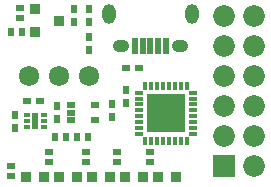
<source format=gts>
G04 #@! TF.FileFunction,Soldermask,Top*
%FSLAX46Y46*%
G04 Gerber Fmt 4.6, Leading zero omitted, Abs format (unit mm)*
G04 Created by KiCad (PCBNEW (2016-06-01 BZR 6870, Git 0ccd3bb)-product) date 06/04/16 23:15:30*
%MOMM*%
%LPD*%
G01*
G04 APERTURE LIST*
%ADD10C,0.150000*%
%ADD11R,1.847200X1.847200*%
%ADD12O,1.847200X1.847200*%
%ADD13R,0.917560X0.917560*%
%ADD14R,0.780400X0.526400*%
%ADD15R,0.520000X1.470000*%
%ADD16O,1.370000X1.070000*%
%ADD17O,1.120000X1.670000*%
%ADD18R,0.720000X0.620000*%
%ADD19R,0.620000X0.720000*%
%ADD20R,0.720000X0.520000*%
%ADD21R,0.520000X0.720000*%
%ADD22R,0.920100X0.920100*%
%ADD23R,0.420000X0.720000*%
%ADD24R,0.720000X0.420000*%
%ADD25R,3.320000X3.320000*%
%ADD26C,1.720000*%
%ADD27R,0.470000X0.370000*%
%ADD28R,0.620000X1.370000*%
G04 APERTURE END LIST*
D10*
D11*
X61976000Y-34290000D03*
D12*
X64516000Y-34290000D03*
X61976000Y-31750000D03*
X64516000Y-31750000D03*
X61976000Y-29210000D03*
X64516000Y-29210000D03*
X61976000Y-26670000D03*
X64516000Y-26670000D03*
X61976000Y-24130000D03*
X64516000Y-24130000D03*
X61976000Y-21590000D03*
X64516000Y-21590000D03*
D13*
X57899300Y-35242500D03*
X56400700Y-35242500D03*
X55105300Y-35242500D03*
X53606700Y-35242500D03*
X46723300Y-35242500D03*
X45224700Y-35242500D03*
X48018700Y-35242500D03*
X49517300Y-35242500D03*
X50812700Y-35242500D03*
X52311300Y-35242500D03*
D14*
X49022000Y-29121100D03*
X49022000Y-30441900D03*
X49022000Y-29781500D03*
X51054000Y-30441900D03*
X51054000Y-29121100D03*
D15*
X57053900Y-24105040D03*
X56403900Y-24105040D03*
X55753900Y-24105040D03*
X55103900Y-24105040D03*
X54453900Y-24105040D03*
D16*
X58253900Y-24105040D03*
X53253900Y-24105040D03*
D17*
X59253900Y-21405040D03*
X52253900Y-21405040D03*
D18*
X54842500Y-26035000D03*
X53742500Y-26035000D03*
D19*
X52514500Y-29041000D03*
X52514500Y-30141000D03*
D20*
X55753000Y-33978000D03*
X55753000Y-33078000D03*
X52959000Y-33978000D03*
X52959000Y-33078000D03*
X43942000Y-35184500D03*
X43942000Y-34284500D03*
X44704000Y-20886000D03*
X44704000Y-21786000D03*
D21*
X47683000Y-31877000D03*
X48583000Y-31877000D03*
X49588000Y-31877000D03*
X50488000Y-31877000D03*
D20*
X47180500Y-33078000D03*
X47180500Y-33978000D03*
X50355500Y-33078000D03*
X50355500Y-33978000D03*
D21*
X44900000Y-22923500D03*
X44000000Y-22923500D03*
D19*
X44323000Y-29993500D03*
X44323000Y-31093500D03*
X47879000Y-29231500D03*
X47879000Y-30331500D03*
D18*
X45360500Y-28765500D03*
X46460500Y-28765500D03*
D19*
X49339500Y-22076500D03*
X49339500Y-20976500D03*
X50546000Y-22076500D03*
X50546000Y-20976500D03*
D22*
X45999240Y-21050000D03*
X45999240Y-22950000D03*
X47998220Y-22000000D03*
D23*
X55336500Y-32145000D03*
X55836500Y-32145000D03*
X56336500Y-32145000D03*
X56836500Y-32145000D03*
X57336500Y-32145000D03*
X57836500Y-32145000D03*
X58336500Y-32145000D03*
X58836500Y-32145000D03*
X55336500Y-27545000D03*
X55836500Y-27545000D03*
X56336500Y-27545000D03*
X56836500Y-27545000D03*
X58836500Y-27545000D03*
X58336500Y-27545000D03*
X57836500Y-27545000D03*
D24*
X59386500Y-29595000D03*
X59386500Y-28095000D03*
X54786500Y-31095000D03*
X54786500Y-29095000D03*
X54786500Y-28595000D03*
X54786500Y-31595000D03*
X54786500Y-30095000D03*
X59386500Y-29095000D03*
X59386500Y-28595000D03*
X54786500Y-30595000D03*
X54786500Y-29595000D03*
X54786500Y-28095000D03*
X59386500Y-31595000D03*
X59386500Y-31095000D03*
X59386500Y-30595000D03*
D25*
X57086500Y-29845000D03*
D24*
X59386500Y-30095000D03*
D23*
X57336500Y-27545000D03*
D19*
X50546000Y-23389500D03*
X50546000Y-24489500D03*
X53721000Y-28998000D03*
X53721000Y-27898000D03*
D26*
X48006000Y-26670000D03*
X50546000Y-26670000D03*
X45466000Y-26670000D03*
D27*
X46737500Y-30980000D03*
X46737500Y-30480000D03*
X46737500Y-29980000D03*
X45337500Y-30980000D03*
X45337500Y-29980000D03*
X45337500Y-30480000D03*
D28*
X46037500Y-30480000D03*
M02*

</source>
